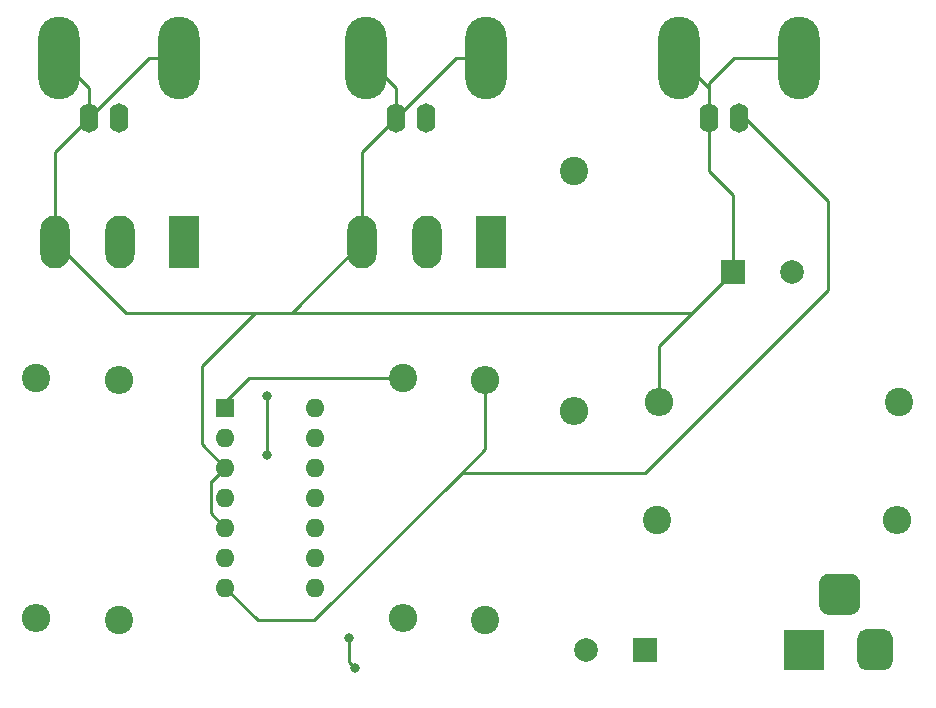
<source format=gbr>
%TF.GenerationSoftware,KiCad,Pcbnew,5.1.6-c6e7f7d~87~ubuntu20.04.1*%
%TF.CreationDate,2020-07-21T15:48:12+01:00*%
%TF.ProjectId,pmt_combiner,706d745f-636f-46d6-9269-6e65722e6b69,rev?*%
%TF.SameCoordinates,Original*%
%TF.FileFunction,Copper,L2,Bot*%
%TF.FilePolarity,Positive*%
%FSLAX46Y46*%
G04 Gerber Fmt 4.6, Leading zero omitted, Abs format (unit mm)*
G04 Created by KiCad (PCBNEW 5.1.6-c6e7f7d~87~ubuntu20.04.1) date 2020-07-21 15:48:12*
%MOMM*%
%LPD*%
G01*
G04 APERTURE LIST*
%TA.AperFunction,ComponentPad*%
%ADD10R,2.000000X2.000000*%
%TD*%
%TA.AperFunction,ComponentPad*%
%ADD11C,2.000000*%
%TD*%
%TA.AperFunction,ComponentPad*%
%ADD12R,3.500000X3.500000*%
%TD*%
%TA.AperFunction,ComponentPad*%
%ADD13O,1.600000X2.500000*%
%TD*%
%TA.AperFunction,ComponentPad*%
%ADD14O,3.500000X7.000000*%
%TD*%
%TA.AperFunction,ComponentPad*%
%ADD15C,2.400000*%
%TD*%
%TA.AperFunction,ComponentPad*%
%ADD16O,2.400000X2.400000*%
%TD*%
%TA.AperFunction,ComponentPad*%
%ADD17R,2.500000X4.500000*%
%TD*%
%TA.AperFunction,ComponentPad*%
%ADD18O,2.500000X4.500000*%
%TD*%
%TA.AperFunction,ComponentPad*%
%ADD19R,1.600000X1.600000*%
%TD*%
%TA.AperFunction,ComponentPad*%
%ADD20O,1.600000X1.600000*%
%TD*%
%TA.AperFunction,ViaPad*%
%ADD21C,0.800000*%
%TD*%
%TA.AperFunction,Conductor*%
%ADD22C,0.250000*%
%TD*%
G04 APERTURE END LIST*
D10*
%TO.P,C1,1*%
%TO.N,Net-(C1-Pad1)*%
X170000000Y-94000000D03*
D11*
%TO.P,C1,2*%
%TO.N,GND*%
X165000000Y-94000000D03*
%TD*%
%TO.P,C2,2*%
%TO.N,Net-(C2-Pad2)*%
X182500000Y-62000000D03*
D10*
%TO.P,C2,1*%
%TO.N,GND*%
X177500000Y-62000000D03*
%TD*%
D12*
%TO.P,J1,1*%
%TO.N,Net-(C2-Pad2)*%
X183500000Y-94000000D03*
%TO.P,J1,2*%
%TO.N,Net-(C1-Pad1)*%
%TA.AperFunction,ComponentPad*%
G36*
G01*
X191000000Y-93000000D02*
X191000000Y-95000000D01*
G75*
G02*
X190250000Y-95750000I-750000J0D01*
G01*
X188750000Y-95750000D01*
G75*
G02*
X188000000Y-95000000I0J750000D01*
G01*
X188000000Y-93000000D01*
G75*
G02*
X188750000Y-92250000I750000J0D01*
G01*
X190250000Y-92250000D01*
G75*
G02*
X191000000Y-93000000I0J-750000D01*
G01*
G37*
%TD.AperFunction*%
%TO.P,J1,3*%
%TO.N,N/C*%
%TA.AperFunction,ComponentPad*%
G36*
G01*
X188250000Y-88425000D02*
X188250000Y-90175000D01*
G75*
G02*
X187375000Y-91050000I-875000J0D01*
G01*
X185625000Y-91050000D01*
G75*
G02*
X184750000Y-90175000I0J875000D01*
G01*
X184750000Y-88425000D01*
G75*
G02*
X185625000Y-87550000I875000J0D01*
G01*
X187375000Y-87550000D01*
G75*
G02*
X188250000Y-88425000I0J-875000D01*
G01*
G37*
%TD.AperFunction*%
%TD*%
D13*
%TO.P,J2,2*%
%TO.N,GND*%
X122960000Y-49000000D03*
%TO.P,J2,1*%
%TO.N,Net-(J2-Pad1)*%
X125500000Y-49000000D03*
D14*
%TO.P,J2,2*%
%TO.N,GND*%
X130580000Y-43920000D03*
X120420000Y-43920000D03*
%TD*%
%TO.P,J3,2*%
%TO.N,GND*%
X146420000Y-43920000D03*
X156580000Y-43920000D03*
D13*
%TO.P,J3,1*%
%TO.N,Net-(J3-Pad1)*%
X151500000Y-49000000D03*
%TO.P,J3,2*%
%TO.N,GND*%
X148960000Y-49000000D03*
%TD*%
D14*
%TO.P,J4,2*%
%TO.N,GND*%
X172920000Y-43920000D03*
X183080000Y-43920000D03*
D13*
%TO.P,J4,1*%
%TO.N,Net-(J4-Pad1)*%
X178000000Y-49000000D03*
%TO.P,J4,2*%
%TO.N,GND*%
X175460000Y-49000000D03*
%TD*%
D15*
%TO.P,R1,1*%
%TO.N,GND*%
X171000000Y-83000000D03*
D16*
%TO.P,R1,2*%
%TO.N,Net-(C1-Pad1)*%
X191320000Y-83000000D03*
%TD*%
%TO.P,R2,2*%
%TO.N,GND*%
X171180000Y-73000000D03*
D15*
%TO.P,R2,1*%
%TO.N,Net-(C2-Pad2)*%
X191500000Y-73000000D03*
%TD*%
D16*
%TO.P,R3,2*%
%TO.N,Net-(R3-Pad2)*%
X118500000Y-91320000D03*
D15*
%TO.P,R3,1*%
%TO.N,Net-(R3-Pad1)*%
X118500000Y-71000000D03*
%TD*%
%TO.P,R4,1*%
%TO.N,Net-(R4-Pad1)*%
X164000000Y-53500000D03*
D16*
%TO.P,R4,2*%
%TO.N,Net-(R3-Pad2)*%
X164000000Y-73820000D03*
%TD*%
D15*
%TO.P,R5,1*%
%TO.N,Net-(R3-Pad2)*%
X125500000Y-91500000D03*
D16*
%TO.P,R5,2*%
%TO.N,Net-(R5-Pad2)*%
X125500000Y-71180000D03*
%TD*%
D15*
%TO.P,R6,1*%
%TO.N,Net-(R5-Pad2)*%
X149500000Y-71000000D03*
D16*
%TO.P,R6,2*%
%TO.N,Net-(R6-Pad2)*%
X149500000Y-91320000D03*
%TD*%
%TO.P,R7,2*%
%TO.N,Net-(J4-Pad1)*%
X156500000Y-71180000D03*
D15*
%TO.P,R7,1*%
%TO.N,Net-(R6-Pad2)*%
X156500000Y-91500000D03*
%TD*%
D17*
%TO.P,SW1,1*%
%TO.N,Net-(J2-Pad1)*%
X131000000Y-59500000D03*
D18*
%TO.P,SW1,2*%
%TO.N,Net-(R3-Pad1)*%
X125550000Y-59500000D03*
%TO.P,SW1,3*%
%TO.N,GND*%
X120100000Y-59500000D03*
%TD*%
%TO.P,SW2,3*%
%TO.N,GND*%
X146100000Y-59500000D03*
%TO.P,SW2,2*%
%TO.N,Net-(R4-Pad1)*%
X151550000Y-59500000D03*
D17*
%TO.P,SW2,1*%
%TO.N,Net-(J3-Pad1)*%
X157000000Y-59500000D03*
%TD*%
D19*
%TO.P,U1,1*%
%TO.N,Net-(R5-Pad2)*%
X134500000Y-73500000D03*
D20*
%TO.P,U1,8*%
%TO.N,Net-(U1-Pad8)*%
X142120000Y-88740000D03*
%TO.P,U1,2*%
%TO.N,Net-(R3-Pad2)*%
X134500000Y-76040000D03*
%TO.P,U1,9*%
%TO.N,Net-(U1-Pad9)*%
X142120000Y-86200000D03*
%TO.P,U1,3*%
%TO.N,GND*%
X134500000Y-78580000D03*
%TO.P,U1,10*%
%TO.N,Net-(U1-Pad10)*%
X142120000Y-83660000D03*
%TO.P,U1,4*%
%TO.N,Net-(C2-Pad2)*%
X134500000Y-81120000D03*
%TO.P,U1,11*%
%TO.N,Net-(C1-Pad1)*%
X142120000Y-81120000D03*
%TO.P,U1,5*%
%TO.N,GND*%
X134500000Y-83660000D03*
%TO.P,U1,12*%
%TO.N,Net-(U1-Pad12)*%
X142120000Y-78580000D03*
%TO.P,U1,6*%
%TO.N,Net-(R6-Pad2)*%
X134500000Y-86200000D03*
%TO.P,U1,13*%
%TO.N,Net-(U1-Pad13)*%
X142120000Y-76040000D03*
%TO.P,U1,7*%
%TO.N,Net-(J4-Pad1)*%
X134500000Y-88740000D03*
%TO.P,U1,14*%
%TO.N,Net-(U1-Pad14)*%
X142120000Y-73500000D03*
%TD*%
D21*
%TO.N,Net-(C1-Pad1)*%
X145500000Y-95500000D03*
X145000000Y-93000000D03*
%TO.N,Net-(C2-Pad2)*%
X138000000Y-72500000D03*
X138000000Y-77500000D03*
%TD*%
D22*
%TO.N,Net-(C1-Pad1)*%
X145500000Y-95500000D02*
X145000000Y-95000000D01*
X145000000Y-95000000D02*
X145000000Y-93000000D01*
%TO.N,GND*%
X171180000Y-68320000D02*
X177500000Y-62000000D01*
X171180000Y-73000000D02*
X171180000Y-68320000D01*
X175460000Y-46460000D02*
X172920000Y-43920000D01*
X175460000Y-49000000D02*
X175460000Y-46460000D01*
X175460000Y-46460000D02*
X175460000Y-46040000D01*
X177580000Y-43920000D02*
X183080000Y-43920000D01*
X175460000Y-46040000D02*
X177580000Y-43920000D01*
X154040000Y-43920000D02*
X156580000Y-43920000D01*
X148960000Y-49000000D02*
X154040000Y-43920000D01*
X148960000Y-46460000D02*
X146420000Y-43920000D01*
X148960000Y-49000000D02*
X148960000Y-46460000D01*
X128040000Y-43920000D02*
X130580000Y-43920000D01*
X122960000Y-49000000D02*
X128040000Y-43920000D01*
X122960000Y-46460000D02*
X120420000Y-43920000D01*
X122960000Y-49000000D02*
X122960000Y-46460000D01*
X120100000Y-51860000D02*
X122960000Y-49000000D01*
X120100000Y-59500000D02*
X120100000Y-51860000D01*
X146100000Y-51860000D02*
X148960000Y-49000000D01*
X146100000Y-59500000D02*
X146100000Y-51860000D01*
X133374999Y-79705001D02*
X133294999Y-79705001D01*
X134500000Y-78580000D02*
X133374999Y-79705001D01*
X133294999Y-82454999D02*
X134500000Y-83660000D01*
X133294999Y-79705001D02*
X133294999Y-82454999D01*
X177500000Y-62000000D02*
X174000000Y-65500000D01*
X126100000Y-65500000D02*
X120100000Y-59500000D01*
X140500000Y-65500000D02*
X137000000Y-65500000D01*
X174000000Y-65500000D02*
X140500000Y-65500000D01*
X137000000Y-65500000D02*
X132500000Y-70000000D01*
X132500000Y-76580000D02*
X134500000Y-78580000D01*
X132500000Y-70000000D02*
X132500000Y-76580000D01*
X140100000Y-65500000D02*
X146100000Y-59500000D01*
X139500000Y-65500000D02*
X140100000Y-65500000D01*
X140500000Y-65500000D02*
X139500000Y-65500000D01*
X139500000Y-65500000D02*
X126100000Y-65500000D01*
X177500000Y-62000000D02*
X177500000Y-55500000D01*
X175460000Y-53460000D02*
X175460000Y-49000000D01*
X177500000Y-55500000D02*
X175460000Y-53460000D01*
%TO.N,Net-(C2-Pad2)*%
X138000000Y-72500000D02*
X138000000Y-77500000D01*
X138000000Y-77500000D02*
X138000000Y-77620000D01*
%TO.N,Net-(J4-Pad1)*%
X178000000Y-49000000D02*
X178500000Y-49000000D01*
X178500000Y-49000000D02*
X185500000Y-56000000D01*
X185500000Y-56000000D02*
X185500000Y-63500000D01*
X185500000Y-63500000D02*
X170000000Y-79000000D01*
X165000000Y-79000000D02*
X154500000Y-79000000D01*
X170000000Y-79000000D02*
X165000000Y-79000000D01*
X154500000Y-79000000D02*
X142000000Y-91500000D01*
X137260000Y-91500000D02*
X134500000Y-88740000D01*
X142000000Y-91500000D02*
X137260000Y-91500000D01*
X156500000Y-77000000D02*
X156500000Y-71180000D01*
X154500000Y-79000000D02*
X156500000Y-77000000D01*
%TO.N,Net-(R5-Pad2)*%
X136500000Y-71000000D02*
X149500000Y-71000000D01*
X134500000Y-73000000D02*
X136500000Y-71000000D01*
%TD*%
M02*

</source>
